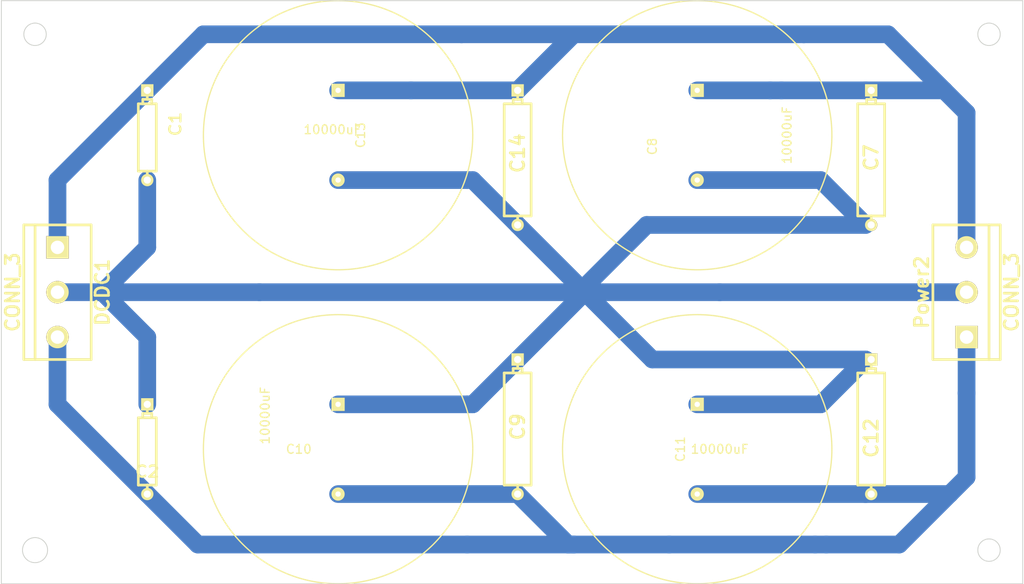
<source format=kicad_pcb>
(kicad_pcb (version 3) (host pcbnew "(2013-jul-07)-stable")

  (general
    (links 23)
    (no_connects 0)
    (area 61.8556 41.104999 180.7144 111.295001)
    (thickness 1.6)
    (drawings 8)
    (tracks 61)
    (zones 0)
    (modules 12)
    (nets 4)
  )

  (page A4 portrait)
  (layers
    (15 F.Cu signal)
    (0 B.Cu signal)
    (17 F.Adhes user)
    (19 F.Paste user)
    (21 F.SilkS user)
    (23 F.Mask user)
    (28 Edge.Cuts user)
  )

  (setup
    (last_trace_width 2)
    (trace_clearance 2)
    (zone_clearance 0.8)
    (zone_45_only no)
    (trace_min 0.254)
    (segment_width 0.2)
    (edge_width 0.1)
    (via_size 0.889)
    (via_drill 0.635)
    (via_min_size 0.889)
    (via_min_drill 0.508)
    (uvia_size 0.508)
    (uvia_drill 0.127)
    (uvias_allowed no)
    (uvia_min_size 0.508)
    (uvia_min_drill 0.127)
    (pcb_text_width 0.3)
    (pcb_text_size 1.5 1.5)
    (mod_edge_width 0.15)
    (mod_text_size 1 1)
    (mod_text_width 0.15)
    (pad_size 2 2)
    (pad_drill 1)
    (pad_to_mask_clearance 0.2)
    (solder_mask_min_width 0.4)
    (aux_axis_origin 0 0)
    (visible_elements FFFFFFBF)
    (pcbplotparams
      (layerselection 8388609)
      (usegerberextensions false)
      (excludeedgelayer false)
      (linewidth 0.150000)
      (plotframeref false)
      (viasonmask false)
      (mode 1)
      (useauxorigin false)
      (hpglpennumber 1)
      (hpglpenspeed 20)
      (hpglpendiameter 15)
      (hpglpenoverlay 2)
      (psnegative false)
      (psa4output false)
      (plotreference true)
      (plotvalue true)
      (plotothertext true)
      (plotinvisibletext false)
      (padsonsilk false)
      (subtractmaskfromsilk false)
      (outputformat 5)
      (mirror false)
      (drillshape 0)
      (scaleselection 1)
      (outputdirectory output/))
  )

  (net 0 "")
  (net 1 N-000001)
  (net 2 N-000002)
  (net 3 N-000003)

  (net_class Default "This is the default net class."
    (clearance 2)
    (trace_width 2)
    (via_dia 0.889)
    (via_drill 0.635)
    (uvia_dia 0.508)
    (uvia_drill 0.127)
    (add_net "")
    (add_net N-000001)
    (add_net N-000002)
    (add_net N-000003)
  )

  (module capacitor_big (layer F.Cu) (tedit 52862193) (tstamp 524ACE53)
    (at 104.14 93.98 270)
    (path /52497D9A)
    (fp_text reference C10 (at 0 6.985 360) (layer F.SilkS)
      (effects (font (size 1 1) (thickness 0.15)))
    )
    (fp_text value 10000uF (at -3.81 10.795 270) (layer F.SilkS)
      (effects (font (size 1 1) (thickness 0.15)))
    )
    (fp_circle (center 0 2.54) (end 15.24 2.54) (layer F.SilkS) (width 0.15))
    (pad 2 thru_hole circle (at 5.08 2.54 270) (size 1.5 1.5) (drill 0.6)
      (layers *.Cu *.Mask F.SilkS)
      (net 1 N-000001)
    )
    (pad 1 thru_hole rect (at -5.08 2.54 270) (size 1.5 1.5) (drill 0.6)
      (layers *.Cu *.Mask F.SilkS)
      (net 3 N-000003)
    )
  )

  (module capacitor_big (layer F.Cu) (tedit 525062C8) (tstamp 52861141)
    (at 144.78 58.42 270)
    (path /52497D8D)
    (fp_text reference C8 (at 1.27 7.62 270) (layer F.SilkS)
      (effects (font (size 1 1) (thickness 0.15)))
    )
    (fp_text value 10000uF (at 0 -7.62 270) (layer F.SilkS)
      (effects (font (size 1 1) (thickness 0.15)))
    )
    (fp_circle (center 0 2.54) (end 15.24 2.54) (layer F.SilkS) (width 0.15))
    (pad 2 thru_hole circle (at 5.08 2.54 270) (size 1.5 1.5) (drill 0.6)
      (layers *.Cu *.Mask F.SilkS)
      (net 3 N-000003)
    )
    (pad 1 thru_hole rect (at -5.08 2.54 270) (size 1.5 1.5) (drill 0.6)
      (layers *.Cu *.Mask F.SilkS)
      (net 2 N-000002)
    )
  )

  (module bornier3 (layer F.Cu) (tedit 3EC0ECFA) (tstamp 524ACF28)
    (at 172.72 76.2 90)
    (descr "Bornier d'alimentation 3 pins")
    (tags DEV)
    (path /5249832A)
    (fp_text reference Power2 (at 0 -5.08 90) (layer F.SilkS)
      (effects (font (size 1.524 1.524) (thickness 0.3048)))
    )
    (fp_text value CONN_3 (at 0 5.08 90) (layer F.SilkS)
      (effects (font (size 1.524 1.524) (thickness 0.3048)))
    )
    (fp_line (start -7.62 3.81) (end -7.62 -3.81) (layer F.SilkS) (width 0.3048))
    (fp_line (start 7.62 3.81) (end 7.62 -3.81) (layer F.SilkS) (width 0.3048))
    (fp_line (start -7.62 2.54) (end 7.62 2.54) (layer F.SilkS) (width 0.3048))
    (fp_line (start -7.62 -3.81) (end 7.62 -3.81) (layer F.SilkS) (width 0.3048))
    (fp_line (start -7.62 3.81) (end 7.62 3.81) (layer F.SilkS) (width 0.3048))
    (pad 1 thru_hole rect (at -5.08 0 90) (size 2.54 2.54) (drill 1.524)
      (layers *.Cu *.Mask F.SilkS)
      (net 1 N-000001)
    )
    (pad 2 thru_hole circle (at 0 0 90) (size 2.54 2.54) (drill 1.524)
      (layers *.Cu *.Mask F.SilkS)
      (net 3 N-000003)
    )
    (pad 3 thru_hole circle (at 5.08 0 90) (size 2.54 2.54) (drill 1.524)
      (layers *.Cu *.Mask F.SilkS)
      (net 2 N-000002)
    )
    (model device/bornier_3.wrl
      (at (xyz 0 0 0))
      (scale (xyz 1 1 1))
      (rotate (xyz 0 0 0))
    )
  )

  (module CP4 (layer F.Cu) (tedit 52861FA6) (tstamp 524ACE73)
    (at 80.01 93.98 270)
    (descr "Condensateur polarise")
    (tags CP)
    (path /52497C14)
    (fp_text reference C2 (at 2.54 0 360) (layer F.SilkS)
      (effects (font (size 1.27 1.397) (thickness 0.254)))
    )
    (fp_text value 470nF (at 0.508 0 270) (layer F.SilkS) hide
      (effects (font (size 1.27 1.143) (thickness 0.254)))
    )
    (fp_line (start 5.08 0) (end 4.064 0) (layer F.SilkS) (width 0.3048))
    (fp_line (start 4.064 0) (end 4.064 1.016) (layer F.SilkS) (width 0.3048))
    (fp_line (start 4.064 1.016) (end -3.556 1.016) (layer F.SilkS) (width 0.3048))
    (fp_line (start -3.556 1.016) (end -3.556 -1.016) (layer F.SilkS) (width 0.3048))
    (fp_line (start -3.556 -1.016) (end 4.064 -1.016) (layer F.SilkS) (width 0.3048))
    (fp_line (start 4.064 -1.016) (end 4.064 0) (layer F.SilkS) (width 0.3048))
    (fp_line (start -5.08 0) (end -4.064 0) (layer F.SilkS) (width 0.3048))
    (fp_line (start -3.556 0.508) (end -4.064 0.508) (layer F.SilkS) (width 0.3048))
    (fp_line (start -4.064 0.508) (end -4.064 -0.508) (layer F.SilkS) (width 0.3048))
    (fp_line (start -4.064 -0.508) (end -3.556 -0.508) (layer F.SilkS) (width 0.3048))
    (pad 1 thru_hole rect (at -5.08 0 270) (size 1.397 1.397) (drill 0.8128)
      (layers *.Cu *.Mask F.SilkS)
      (net 3 N-000003)
    )
    (pad 2 thru_hole circle (at 5.08 0 270) (size 1.397 1.397) (drill 0.8128)
      (layers *.Cu *.Mask F.SilkS)
      (net 1 N-000001)
    )
    (model discret/c_pol.wrl
      (at (xyz 0 0 0))
      (scale (xyz 0.4 0.4 0.4))
      (rotate (xyz 0 0 0))
    )
  )

  (module CP4 (layer F.Cu) (tedit 52861F81) (tstamp 524ACE7E)
    (at 80.01 58.42 270)
    (descr "Condensateur polarise")
    (tags CP)
    (path /52497C07)
    (fp_text reference C1 (at -1.27 -3.175 270) (layer F.SilkS)
      (effects (font (size 1.27 1.397) (thickness 0.254)))
    )
    (fp_text value 470nF (at 0.508 0 270) (layer F.SilkS) hide
      (effects (font (size 1.27 1.143) (thickness 0.254)))
    )
    (fp_line (start 5.08 0) (end 4.064 0) (layer F.SilkS) (width 0.3048))
    (fp_line (start 4.064 0) (end 4.064 1.016) (layer F.SilkS) (width 0.3048))
    (fp_line (start 4.064 1.016) (end -3.556 1.016) (layer F.SilkS) (width 0.3048))
    (fp_line (start -3.556 1.016) (end -3.556 -1.016) (layer F.SilkS) (width 0.3048))
    (fp_line (start -3.556 -1.016) (end 4.064 -1.016) (layer F.SilkS) (width 0.3048))
    (fp_line (start 4.064 -1.016) (end 4.064 0) (layer F.SilkS) (width 0.3048))
    (fp_line (start -5.08 0) (end -4.064 0) (layer F.SilkS) (width 0.3048))
    (fp_line (start -3.556 0.508) (end -4.064 0.508) (layer F.SilkS) (width 0.3048))
    (fp_line (start -4.064 0.508) (end -4.064 -0.508) (layer F.SilkS) (width 0.3048))
    (fp_line (start -4.064 -0.508) (end -3.556 -0.508) (layer F.SilkS) (width 0.3048))
    (pad 1 thru_hole rect (at -5.08 0 270) (size 1.397 1.397) (drill 0.8128)
      (layers *.Cu *.Mask F.SilkS)
      (net 2 N-000002)
    )
    (pad 2 thru_hole circle (at 5.08 0 270) (size 1.397 1.397) (drill 0.8128)
      (layers *.Cu *.Mask F.SilkS)
      (net 3 N-000003)
    )
    (model discret/c_pol.wrl
      (at (xyz 0 0 0))
      (scale (xyz 0.4 0.4 0.4))
      (rotate (xyz 0 0 0))
    )
  )

  (module capacitor_big (layer F.Cu) (tedit 52862189) (tstamp 524ACED6)
    (at 144.78 93.98 270)
    (path /52626317)
    (fp_text reference C11 (at 0 4.445 270) (layer F.SilkS)
      (effects (font (size 1 1) (thickness 0.15)))
    )
    (fp_text value 10000uF (at 0 0 360) (layer F.SilkS)
      (effects (font (size 1 1) (thickness 0.15)))
    )
    (fp_circle (center 0 2.54) (end 15.24 2.54) (layer F.SilkS) (width 0.15))
    (pad 2 thru_hole circle (at 5.08 2.54 270) (size 1.5 1.5) (drill 0.6)
      (layers *.Cu *.Mask F.SilkS)
      (net 1 N-000001)
    )
    (pad 1 thru_hole rect (at -5.08 2.54 270) (size 1.5 1.5) (drill 0.6)
      (layers *.Cu *.Mask F.SilkS)
      (net 3 N-000003)
    )
  )

  (module capacitor_big (layer F.Cu) (tedit 52862198) (tstamp 52861149)
    (at 104.14 58.42 270)
    (path /5262630B)
    (fp_text reference C13 (at 0 0 270) (layer F.SilkS)
      (effects (font (size 1 1) (thickness 0.15)))
    )
    (fp_text value 10000uF (at -0.635 3.175 360) (layer F.SilkS)
      (effects (font (size 1 1) (thickness 0.15)))
    )
    (fp_circle (center 0 2.54) (end 15.24 2.54) (layer F.SilkS) (width 0.15))
    (pad 2 thru_hole circle (at 5.08 2.54 270) (size 1.5 1.5) (drill 0.6)
      (layers *.Cu *.Mask F.SilkS)
      (net 3 N-000003)
    )
    (pad 1 thru_hole rect (at -5.08 2.54 270) (size 1.5 1.5) (drill 0.6)
      (layers *.Cu *.Mask F.SilkS)
      (net 2 N-000002)
    )
  )

  (module CP6 (layer F.Cu) (tedit 53D62242) (tstamp 5262D1E2)
    (at 161.925 91.44 270)
    (descr "Condensateur polarise")
    (tags CP)
    (path /52626331)
    (fp_text reference C12 (at 1.27 0 270) (layer F.SilkS)
      (effects (font (size 1.524 1.524) (thickness 0.3048)))
    )
    (fp_text value 100nF (at 0.635 0 270) (layer F.SilkS) hide
      (effects (font (size 1.524 1.524) (thickness 0.3048)))
    )
    (fp_line (start -7.62 0) (end -6.604 0) (layer F.SilkS) (width 0.3048))
    (fp_line (start -6.096 0.508) (end -6.604 0.508) (layer F.SilkS) (width 0.3048))
    (fp_line (start -6.604 0.508) (end -6.604 -0.508) (layer F.SilkS) (width 0.3048))
    (fp_line (start -6.604 -0.508) (end -6.096 -0.508) (layer F.SilkS) (width 0.3048))
    (fp_line (start 7.62 0) (end 6.604 0) (layer F.SilkS) (width 0.3048))
    (fp_line (start 6.604 0) (end 6.604 -1.524) (layer F.SilkS) (width 0.3048))
    (fp_line (start 6.604 -1.524) (end -6.096 -1.524) (layer F.SilkS) (width 0.3048))
    (fp_line (start -6.096 -1.524) (end -6.096 1.524) (layer F.SilkS) (width 0.3048))
    (fp_line (start -6.096 1.524) (end 6.604 1.524) (layer F.SilkS) (width 0.3048))
    (fp_line (start 6.604 1.524) (end 6.604 0) (layer F.SilkS) (width 0.3048))
    (pad 1 thru_hole rect (at -7.62 0 270) (size 1.397 1.397) (drill 0.8128)
      (layers *.Cu *.Mask F.SilkS)
      (net 3 N-000003)
    )
    (pad 2 thru_hole circle (at 7.62 0 270) (size 1.397 1.397) (drill 0.8128)
      (layers *.Cu *.Mask F.SilkS)
      (net 1 N-000001)
    )
    (model discret/c_pol.wrl
      (at (xyz 0 0 0))
      (scale (xyz 0.6 0.6 0.6))
      (rotate (xyz 0 0 0))
    )
  )

  (module CP6 (layer F.Cu) (tedit 52862B63) (tstamp 524ACEEC)
    (at 121.92 60.96 270)
    (descr "Condensateur polarise")
    (tags CP)
    (path /52626311)
    (fp_text reference C14 (at -0.508 0 270) (layer F.SilkS)
      (effects (font (size 1.524 1.524) (thickness 0.3048)))
    )
    (fp_text value 100nF (at 0.635 0 270) (layer F.SilkS) hide
      (effects (font (size 1.524 1.524) (thickness 0.3048)))
    )
    (fp_line (start -7.62 0) (end -6.604 0) (layer F.SilkS) (width 0.3048))
    (fp_line (start -6.096 0.508) (end -6.604 0.508) (layer F.SilkS) (width 0.3048))
    (fp_line (start -6.604 0.508) (end -6.604 -0.508) (layer F.SilkS) (width 0.3048))
    (fp_line (start -6.604 -0.508) (end -6.096 -0.508) (layer F.SilkS) (width 0.3048))
    (fp_line (start 7.62 0) (end 6.604 0) (layer F.SilkS) (width 0.3048))
    (fp_line (start 6.604 0) (end 6.604 -1.524) (layer F.SilkS) (width 0.3048))
    (fp_line (start 6.604 -1.524) (end -6.096 -1.524) (layer F.SilkS) (width 0.3048))
    (fp_line (start -6.096 -1.524) (end -6.096 1.524) (layer F.SilkS) (width 0.3048))
    (fp_line (start -6.096 1.524) (end 6.604 1.524) (layer F.SilkS) (width 0.3048))
    (fp_line (start 6.604 1.524) (end 6.604 0) (layer F.SilkS) (width 0.3048))
    (pad 1 thru_hole rect (at -7.62 0 270) (size 1.397 1.397) (drill 0.8128)
      (layers *.Cu *.Mask F.SilkS)
      (net 2 N-000002)
    )
    (pad 2 thru_hole circle (at 7.62 0 270) (size 1.397 1.397) (drill 0.8128)
      (layers *.Cu *.Mask F.SilkS)
      (net 3 N-000003)
    )
    (model discret/c_pol.wrl
      (at (xyz 0 0 0))
      (scale (xyz 0.6 0.6 0.6))
      (rotate (xyz 0 0 0))
    )
  )

  (module CP6 (layer F.Cu) (tedit 200000) (tstamp 524ACEB5)
    (at 161.925 60.96 270)
    (descr "Condensateur polarise")
    (tags CP)
    (path /52497DB4)
    (fp_text reference C7 (at 0 0 270) (layer F.SilkS)
      (effects (font (size 1.524 1.524) (thickness 0.3048)))
    )
    (fp_text value 100nF (at 0.635 0 270) (layer F.SilkS) hide
      (effects (font (size 1.524 1.524) (thickness 0.3048)))
    )
    (fp_line (start -7.62 0) (end -6.604 0) (layer F.SilkS) (width 0.3048))
    (fp_line (start -6.096 0.508) (end -6.604 0.508) (layer F.SilkS) (width 0.3048))
    (fp_line (start -6.604 0.508) (end -6.604 -0.508) (layer F.SilkS) (width 0.3048))
    (fp_line (start -6.604 -0.508) (end -6.096 -0.508) (layer F.SilkS) (width 0.3048))
    (fp_line (start 7.62 0) (end 6.604 0) (layer F.SilkS) (width 0.3048))
    (fp_line (start 6.604 0) (end 6.604 -1.524) (layer F.SilkS) (width 0.3048))
    (fp_line (start 6.604 -1.524) (end -6.096 -1.524) (layer F.SilkS) (width 0.3048))
    (fp_line (start -6.096 -1.524) (end -6.096 1.524) (layer F.SilkS) (width 0.3048))
    (fp_line (start -6.096 1.524) (end 6.604 1.524) (layer F.SilkS) (width 0.3048))
    (fp_line (start 6.604 1.524) (end 6.604 0) (layer F.SilkS) (width 0.3048))
    (pad 1 thru_hole rect (at -7.62 0 270) (size 1.397 1.397) (drill 0.8128)
      (layers *.Cu *.Mask F.SilkS)
      (net 2 N-000002)
    )
    (pad 2 thru_hole circle (at 7.62 0 270) (size 1.397 1.397) (drill 0.8128)
      (layers *.Cu *.Mask F.SilkS)
      (net 3 N-000003)
    )
    (model discret/c_pol.wrl
      (at (xyz 0 0 0))
      (scale (xyz 0.6 0.6 0.6))
      (rotate (xyz 0 0 0))
    )
  )

  (module CP6 (layer F.Cu) (tedit 200000) (tstamp 524ACEC0)
    (at 121.92 91.44 270)
    (descr "Condensateur polarise")
    (tags CP)
    (path /52497DBA)
    (fp_text reference C9 (at 0 0 270) (layer F.SilkS)
      (effects (font (size 1.524 1.524) (thickness 0.3048)))
    )
    (fp_text value 100nF (at 0.635 0 270) (layer F.SilkS) hide
      (effects (font (size 1.524 1.524) (thickness 0.3048)))
    )
    (fp_line (start -7.62 0) (end -6.604 0) (layer F.SilkS) (width 0.3048))
    (fp_line (start -6.096 0.508) (end -6.604 0.508) (layer F.SilkS) (width 0.3048))
    (fp_line (start -6.604 0.508) (end -6.604 -0.508) (layer F.SilkS) (width 0.3048))
    (fp_line (start -6.604 -0.508) (end -6.096 -0.508) (layer F.SilkS) (width 0.3048))
    (fp_line (start 7.62 0) (end 6.604 0) (layer F.SilkS) (width 0.3048))
    (fp_line (start 6.604 0) (end 6.604 -1.524) (layer F.SilkS) (width 0.3048))
    (fp_line (start 6.604 -1.524) (end -6.096 -1.524) (layer F.SilkS) (width 0.3048))
    (fp_line (start -6.096 -1.524) (end -6.096 1.524) (layer F.SilkS) (width 0.3048))
    (fp_line (start -6.096 1.524) (end 6.604 1.524) (layer F.SilkS) (width 0.3048))
    (fp_line (start 6.604 1.524) (end 6.604 0) (layer F.SilkS) (width 0.3048))
    (pad 1 thru_hole rect (at -7.62 0 270) (size 1.397 1.397) (drill 0.8128)
      (layers *.Cu *.Mask F.SilkS)
      (net 3 N-000003)
    )
    (pad 2 thru_hole circle (at 7.62 0 270) (size 1.397 1.397) (drill 0.8128)
      (layers *.Cu *.Mask F.SilkS)
      (net 1 N-000001)
    )
    (model discret/c_pol.wrl
      (at (xyz 0 0 0))
      (scale (xyz 0.6 0.6 0.6))
      (rotate (xyz 0 0 0))
    )
  )

  (module bornier3 (layer F.Cu) (tedit 3EC0ECFA) (tstamp 53D37881)
    (at 69.85 76.2 270)
    (descr "Bornier d'alimentation 3 pins")
    (tags DEV)
    (path /52497BBA)
    (fp_text reference DCDC1 (at 0 -5.08 270) (layer F.SilkS)
      (effects (font (size 1.524 1.524) (thickness 0.3048)))
    )
    (fp_text value CONN_3 (at 0 5.08 270) (layer F.SilkS)
      (effects (font (size 1.524 1.524) (thickness 0.3048)))
    )
    (fp_line (start -7.62 3.81) (end -7.62 -3.81) (layer F.SilkS) (width 0.3048))
    (fp_line (start 7.62 3.81) (end 7.62 -3.81) (layer F.SilkS) (width 0.3048))
    (fp_line (start -7.62 2.54) (end 7.62 2.54) (layer F.SilkS) (width 0.3048))
    (fp_line (start -7.62 -3.81) (end 7.62 -3.81) (layer F.SilkS) (width 0.3048))
    (fp_line (start -7.62 3.81) (end 7.62 3.81) (layer F.SilkS) (width 0.3048))
    (pad 1 thru_hole rect (at -5.08 0 270) (size 2.54 2.54) (drill 1.524)
      (layers *.Cu *.Mask F.SilkS)
      (net 2 N-000002)
    )
    (pad 2 thru_hole circle (at 0 0 270) (size 2.54 2.54) (drill 1.524)
      (layers *.Cu *.Mask F.SilkS)
      (net 3 N-000003)
    )
    (pad 3 thru_hole circle (at 5.08 0 270) (size 2.54 2.54) (drill 1.524)
      (layers *.Cu *.Mask F.SilkS)
      (net 1 N-000001)
    )
    (model device/bornier_3.wrl
      (at (xyz 0 0 0))
      (scale (xyz 1 1 1))
      (rotate (xyz 0 0 0))
    )
  )

  (gr_circle (center 67.31 46.99) (end 68.58 46.99) (layer Edge.Cuts) (width 0.1))
  (gr_circle (center 67.31 105.41) (end 68.58 106.045) (layer Edge.Cuts) (width 0.1))
  (gr_circle (center 175.26 105.41) (end 176.53 105.41) (layer Edge.Cuts) (width 0.1))
  (gr_circle (center 175.26 46.99) (end 176.53 46.99) (layer Edge.Cuts) (width 0.1))
  (gr_line (start 179.07 43.18) (end 63.5 43.18) (angle 90) (layer Edge.Cuts) (width 0.1))
  (gr_line (start 179.07 109.22) (end 179.07 43.18) (angle 90) (layer Edge.Cuts) (width 0.1))
  (gr_line (start 63.5 109.22) (end 179.07 109.22) (angle 90) (layer Edge.Cuts) (width 0.1))
  (gr_line (start 63.5 43.18) (end 63.5 109.22) (angle 90) (layer Edge.Cuts) (width 0.1))

  (segment (start 121.92 99.06) (end 127.635 104.775) (width 2) (layer B.Cu) (net 1))
  (segment (start 127.635 104.775) (end 128.27 104.775) (width 2) (layer B.Cu) (net 1) (tstamp 53D619A9))
  (segment (start 161.29 99.06) (end 170.815 99.06) (width 2) (layer B.Cu) (net 1))
  (segment (start 142.24 99.06) (end 161.29 99.06) (width 2) (layer B.Cu) (net 1))
  (segment (start 101.6 99.06) (end 121.92 99.06) (width 2) (layer B.Cu) (net 1))
  (segment (start 80.01 99.06) (end 85.725 104.775) (width 2) (layer B.Cu) (net 1))
  (segment (start 116.205 104.775) (end 128.27 104.775) (width 2) (layer B.Cu) (net 1) (tstamp 53D60E19))
  (segment (start 85.725 104.775) (end 116.205 104.775) (width 2) (layer B.Cu) (net 1) (tstamp 53D60DF1))
  (segment (start 128.27 104.775) (end 139.065 104.775) (width 2) (layer B.Cu) (net 1) (tstamp 53D619AD))
  (segment (start 165.1 104.775) (end 170.815 99.06) (width 2) (layer B.Cu) (net 1) (tstamp 53D60DF6))
  (segment (start 156.845 104.775) (end 165.1 104.775) (width 2) (layer B.Cu) (net 1) (tstamp 53D60E23))
  (segment (start 155.575 104.775) (end 156.845 104.775) (width 2) (layer B.Cu) (net 1) (tstamp 53D61481))
  (segment (start 139.065 104.775) (end 155.575 104.775) (width 2) (layer B.Cu) (net 1) (tstamp 53D612C9))
  (segment (start 172.72 97.155) (end 172.72 87.63) (width 2) (layer B.Cu) (net 1) (tstamp 53D60DFD))
  (segment (start 172.72 81.28) (end 172.72 87.63) (width 2) (layer B.Cu) (net 1))
  (segment (start 170.815 99.06) (end 172.72 97.155) (width 2) (layer B.Cu) (net 1) (tstamp 53D61999))
  (segment (start 69.85 81.28) (end 69.85 88.9) (width 2) (layer B.Cu) (net 1))
  (segment (start 69.85 88.9) (end 80.01 99.06) (width 2) (layer B.Cu) (net 1) (tstamp 53D379DE))
  (segment (start 121.92 53.34) (end 128.27 46.99) (width 2) (layer B.Cu) (net 2))
  (segment (start 161.29 53.34) (end 170.18 53.34) (width 2) (layer B.Cu) (net 2))
  (segment (start 128.27 46.99) (end 154.305 46.99) (width 2) (layer B.Cu) (net 2))
  (segment (start 154.305 46.99) (end 163.83 46.99) (width 2) (layer B.Cu) (net 2) (tstamp 53D6142D))
  (segment (start 163.83 46.99) (end 170.18 53.34) (width 2) (layer B.Cu) (net 2) (tstamp 53D6140E))
  (segment (start 115.57 46.99) (end 128.27 46.99) (width 2) (layer B.Cu) (net 2) (tstamp 53D61427))
  (segment (start 172.72 55.88) (end 172.72 71.12) (width 2) (layer B.Cu) (net 2) (tstamp 53D61416))
  (segment (start 170.18 53.34) (end 172.72 55.88) (width 2) (layer B.Cu) (net 2) (tstamp 53D61994))
  (segment (start 80.01 53.34) (end 86.36 46.99) (width 2) (layer B.Cu) (net 2))
  (segment (start 86.36 46.99) (end 115.57 46.99) (width 2) (layer B.Cu) (net 2) (tstamp 53D61402))
  (segment (start 69.85 71.12) (end 69.85 63.5) (width 2) (layer B.Cu) (net 2))
  (segment (start 69.85 63.5) (end 80.01 53.34) (width 2) (layer B.Cu) (net 2) (tstamp 53D379DB))
  (segment (start 142.24 53.34) (end 150.495 53.34) (width 2) (layer B.Cu) (net 2))
  (segment (start 150.495 53.34) (end 151.765 53.34) (width 2) (layer B.Cu) (net 2) (tstamp 53D60D94))
  (segment (start 151.765 53.34) (end 161.29 53.34) (width 2) (layer B.Cu) (net 2) (tstamp 53D60D8A))
  (segment (start 101.6 53.34) (end 109.855 53.34) (width 2) (layer B.Cu) (net 2))
  (segment (start 109.855 53.34) (end 121.92 53.34) (width 2) (layer B.Cu) (net 2) (tstamp 53D60D52))
  (segment (start 161.29 68.58) (end 136.525 68.58) (width 2) (layer B.Cu) (net 3))
  (segment (start 136.525 68.58) (end 129.2225 75.8825) (width 2) (layer B.Cu) (net 3) (tstamp 53D61443))
  (segment (start 161.29 83.82) (end 137.16 83.82) (width 2) (layer B.Cu) (net 3))
  (segment (start 137.16 83.82) (end 129.54 76.2) (width 2) (layer B.Cu) (net 3) (tstamp 53D61495))
  (segment (start 142.24 88.9) (end 156.21 88.9) (width 2) (layer B.Cu) (net 3))
  (segment (start 156.21 88.9) (end 161.29 83.82) (width 2) (layer B.Cu) (net 3) (tstamp 53D6146D))
  (segment (start 121.92 83.82) (end 129.54 76.2) (width 2) (layer B.Cu) (net 3))
  (segment (start 142.24 63.5) (end 156.21 63.5) (width 2) (layer B.Cu) (net 3))
  (segment (start 156.21 63.5) (end 161.29 68.58) (width 2) (layer B.Cu) (net 3) (tstamp 53D6143E))
  (segment (start 121.92 68.58) (end 129.2225 75.8825) (width 2) (layer B.Cu) (net 3))
  (segment (start 129.2225 75.8825) (end 129.54 76.2) (width 2) (layer B.Cu) (net 3) (tstamp 53D61448))
  (segment (start 101.6 63.5) (end 116.205 63.5) (width 2) (layer B.Cu) (net 3))
  (segment (start 116.205 63.5) (end 116.84 63.5) (width 2) (layer B.Cu) (net 3) (tstamp 53D611C0))
  (segment (start 116.84 63.5) (end 121.92 68.58) (width 2) (layer B.Cu) (net 3) (tstamp 53D611BC))
  (segment (start 172.72 76.2) (end 144.78 76.2) (width 2) (layer B.Cu) (net 3))
  (segment (start 129.54 76.2) (end 144.78 76.2) (width 2) (layer B.Cu) (net 3) (tstamp 53D379F3))
  (segment (start 101.6 88.9) (end 116.205 88.9) (width 2) (layer B.Cu) (net 3))
  (segment (start 116.205 88.9) (end 116.84 88.9) (width 2) (layer B.Cu) (net 3) (tstamp 53D61209))
  (segment (start 116.84 88.9) (end 121.92 83.82) (width 2) (layer B.Cu) (net 3) (tstamp 53D37A4B))
  (segment (start 80.01 63.5) (end 80.01 71.12) (width 2) (layer B.Cu) (net 3))
  (segment (start 80.01 71.12) (end 74.93 76.2) (width 2) (layer B.Cu) (net 3) (tstamp 53D37A19))
  (segment (start 80.01 88.9) (end 80.01 81.28) (width 2) (layer B.Cu) (net 3))
  (segment (start 80.01 81.28) (end 74.93 76.2) (width 2) (layer B.Cu) (net 3) (tstamp 53D37A14))
  (segment (start 69.85 76.2) (end 74.93 76.2) (width 2) (layer B.Cu) (net 3))
  (segment (start 74.93 76.2) (end 92.71 76.2) (width 2) (layer B.Cu) (net 3) (tstamp 53D37A17))
  (segment (start 92.71 76.2) (end 129.54 76.2) (width 2) (layer B.Cu) (net 3) (tstamp 53D379E3))

)

</source>
